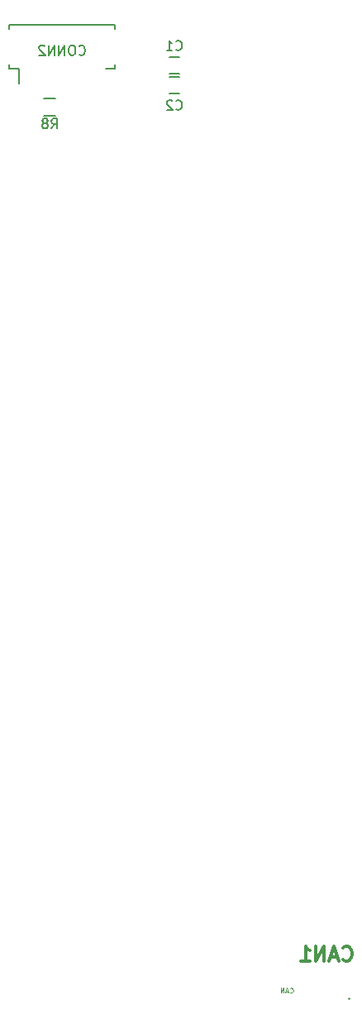
<source format=gbo>
G04 #@! TF.FileFunction,Legend,Bot*
%FSLAX46Y46*%
G04 Gerber Fmt 4.6, Leading zero omitted, Abs format (unit mm)*
G04 Created by KiCad (PCBNEW 4.0.5) date 2017 March 06, Monday 20:50:59*
%MOMM*%
%LPD*%
G01*
G04 APERTURE LIST*
%ADD10C,0.200000*%
%ADD11C,0.300000*%
%ADD12C,0.150000*%
%ADD13C,0.250000*%
%ADD14C,0.100000*%
G04 APERTURE END LIST*
D10*
D11*
X118285714Y-150535714D02*
X118357143Y-150607143D01*
X118571429Y-150678571D01*
X118714286Y-150678571D01*
X118928571Y-150607143D01*
X119071429Y-150464286D01*
X119142857Y-150321429D01*
X119214286Y-150035714D01*
X119214286Y-149821429D01*
X119142857Y-149535714D01*
X119071429Y-149392857D01*
X118928571Y-149250000D01*
X118714286Y-149178571D01*
X118571429Y-149178571D01*
X118357143Y-149250000D01*
X118285714Y-149321429D01*
X117714286Y-150250000D02*
X117000000Y-150250000D01*
X117857143Y-150678571D02*
X117357143Y-149178571D01*
X116857143Y-150678571D01*
X116357143Y-150678571D02*
X116357143Y-149178571D01*
X115500000Y-150678571D01*
X115500000Y-149178571D01*
X114000000Y-150678571D02*
X114857143Y-150678571D01*
X114428571Y-150678571D02*
X114428571Y-149178571D01*
X114571428Y-149392857D01*
X114714286Y-149535714D01*
X114857143Y-149607143D01*
D12*
X101500000Y-59850000D02*
X100500000Y-59850000D01*
X100500000Y-58150000D02*
X101500000Y-58150000D01*
D13*
X118875000Y-154500000D02*
X118875000Y-154490000D01*
D12*
X101500000Y-61850000D02*
X100500000Y-61850000D01*
X100500000Y-60150000D02*
X101500000Y-60150000D01*
X93950000Y-59350000D02*
X94900000Y-59350000D01*
X94900000Y-59350000D02*
X94900000Y-58950000D01*
X85050000Y-59350000D02*
X84100000Y-59350000D01*
X84100000Y-59350000D02*
X84100000Y-58950000D01*
X94900000Y-55250000D02*
X94900000Y-54850000D01*
X94900000Y-54850000D02*
X89500000Y-54850000D01*
X84100000Y-55250000D02*
X84100000Y-54850000D01*
X84100000Y-54850000D02*
X89500000Y-54850000D01*
X85050000Y-59350000D02*
X85050000Y-60850000D01*
X87650000Y-64143002D02*
X88850000Y-64143002D01*
X88850000Y-62393002D02*
X87650000Y-62393002D01*
X101166666Y-57357143D02*
X101214285Y-57404762D01*
X101357142Y-57452381D01*
X101452380Y-57452381D01*
X101595238Y-57404762D01*
X101690476Y-57309524D01*
X101738095Y-57214286D01*
X101785714Y-57023810D01*
X101785714Y-56880952D01*
X101738095Y-56690476D01*
X101690476Y-56595238D01*
X101595238Y-56500000D01*
X101452380Y-56452381D01*
X101357142Y-56452381D01*
X101214285Y-56500000D01*
X101166666Y-56547619D01*
X100214285Y-57452381D02*
X100785714Y-57452381D01*
X100500000Y-57452381D02*
X100500000Y-56452381D01*
X100595238Y-56595238D01*
X100690476Y-56690476D01*
X100785714Y-56738095D01*
D14*
X112846428Y-153878571D02*
X112870238Y-153902381D01*
X112941666Y-153926190D01*
X112989285Y-153926190D01*
X113060714Y-153902381D01*
X113108333Y-153854762D01*
X113132142Y-153807143D01*
X113155952Y-153711905D01*
X113155952Y-153640476D01*
X113132142Y-153545238D01*
X113108333Y-153497619D01*
X113060714Y-153450000D01*
X112989285Y-153426190D01*
X112941666Y-153426190D01*
X112870238Y-153450000D01*
X112846428Y-153473810D01*
X112655952Y-153783333D02*
X112417857Y-153783333D01*
X112703571Y-153926190D02*
X112536904Y-153426190D01*
X112370238Y-153926190D01*
X112203571Y-153926190D02*
X112203571Y-153426190D01*
X111917857Y-153926190D01*
X111917857Y-153426190D01*
D12*
X101166666Y-63457143D02*
X101214285Y-63504762D01*
X101357142Y-63552381D01*
X101452380Y-63552381D01*
X101595238Y-63504762D01*
X101690476Y-63409524D01*
X101738095Y-63314286D01*
X101785714Y-63123810D01*
X101785714Y-62980952D01*
X101738095Y-62790476D01*
X101690476Y-62695238D01*
X101595238Y-62600000D01*
X101452380Y-62552381D01*
X101357142Y-62552381D01*
X101214285Y-62600000D01*
X101166666Y-62647619D01*
X100785714Y-62647619D02*
X100738095Y-62600000D01*
X100642857Y-62552381D01*
X100404761Y-62552381D01*
X100309523Y-62600000D01*
X100261904Y-62647619D01*
X100214285Y-62742857D01*
X100214285Y-62838095D01*
X100261904Y-62980952D01*
X100833333Y-63552381D01*
X100214285Y-63552381D01*
X91238095Y-57857143D02*
X91285714Y-57904762D01*
X91428571Y-57952381D01*
X91523809Y-57952381D01*
X91666667Y-57904762D01*
X91761905Y-57809524D01*
X91809524Y-57714286D01*
X91857143Y-57523810D01*
X91857143Y-57380952D01*
X91809524Y-57190476D01*
X91761905Y-57095238D01*
X91666667Y-57000000D01*
X91523809Y-56952381D01*
X91428571Y-56952381D01*
X91285714Y-57000000D01*
X91238095Y-57047619D01*
X90619048Y-56952381D02*
X90428571Y-56952381D01*
X90333333Y-57000000D01*
X90238095Y-57095238D01*
X90190476Y-57285714D01*
X90190476Y-57619048D01*
X90238095Y-57809524D01*
X90333333Y-57904762D01*
X90428571Y-57952381D01*
X90619048Y-57952381D01*
X90714286Y-57904762D01*
X90809524Y-57809524D01*
X90857143Y-57619048D01*
X90857143Y-57285714D01*
X90809524Y-57095238D01*
X90714286Y-57000000D01*
X90619048Y-56952381D01*
X89761905Y-57952381D02*
X89761905Y-56952381D01*
X89190476Y-57952381D01*
X89190476Y-56952381D01*
X88714286Y-57952381D02*
X88714286Y-56952381D01*
X88142857Y-57952381D01*
X88142857Y-56952381D01*
X87714286Y-57047619D02*
X87666667Y-57000000D01*
X87571429Y-56952381D01*
X87333333Y-56952381D01*
X87238095Y-57000000D01*
X87190476Y-57047619D01*
X87142857Y-57142857D01*
X87142857Y-57238095D01*
X87190476Y-57380952D01*
X87761905Y-57952381D01*
X87142857Y-57952381D01*
X88416666Y-65452381D02*
X88750000Y-64976190D01*
X88988095Y-65452381D02*
X88988095Y-64452381D01*
X88607142Y-64452381D01*
X88511904Y-64500000D01*
X88464285Y-64547619D01*
X88416666Y-64642857D01*
X88416666Y-64785714D01*
X88464285Y-64880952D01*
X88511904Y-64928571D01*
X88607142Y-64976190D01*
X88988095Y-64976190D01*
X87845238Y-64880952D02*
X87940476Y-64833333D01*
X87988095Y-64785714D01*
X88035714Y-64690476D01*
X88035714Y-64642857D01*
X87988095Y-64547619D01*
X87940476Y-64500000D01*
X87845238Y-64452381D01*
X87654761Y-64452381D01*
X87559523Y-64500000D01*
X87511904Y-64547619D01*
X87464285Y-64642857D01*
X87464285Y-64690476D01*
X87511904Y-64785714D01*
X87559523Y-64833333D01*
X87654761Y-64880952D01*
X87845238Y-64880952D01*
X87940476Y-64928571D01*
X87988095Y-64976190D01*
X88035714Y-65071429D01*
X88035714Y-65261905D01*
X87988095Y-65357143D01*
X87940476Y-65404762D01*
X87845238Y-65452381D01*
X87654761Y-65452381D01*
X87559523Y-65404762D01*
X87511904Y-65357143D01*
X87464285Y-65261905D01*
X87464285Y-65071429D01*
X87511904Y-64976190D01*
X87559523Y-64928571D01*
X87654761Y-64880952D01*
M02*

</source>
